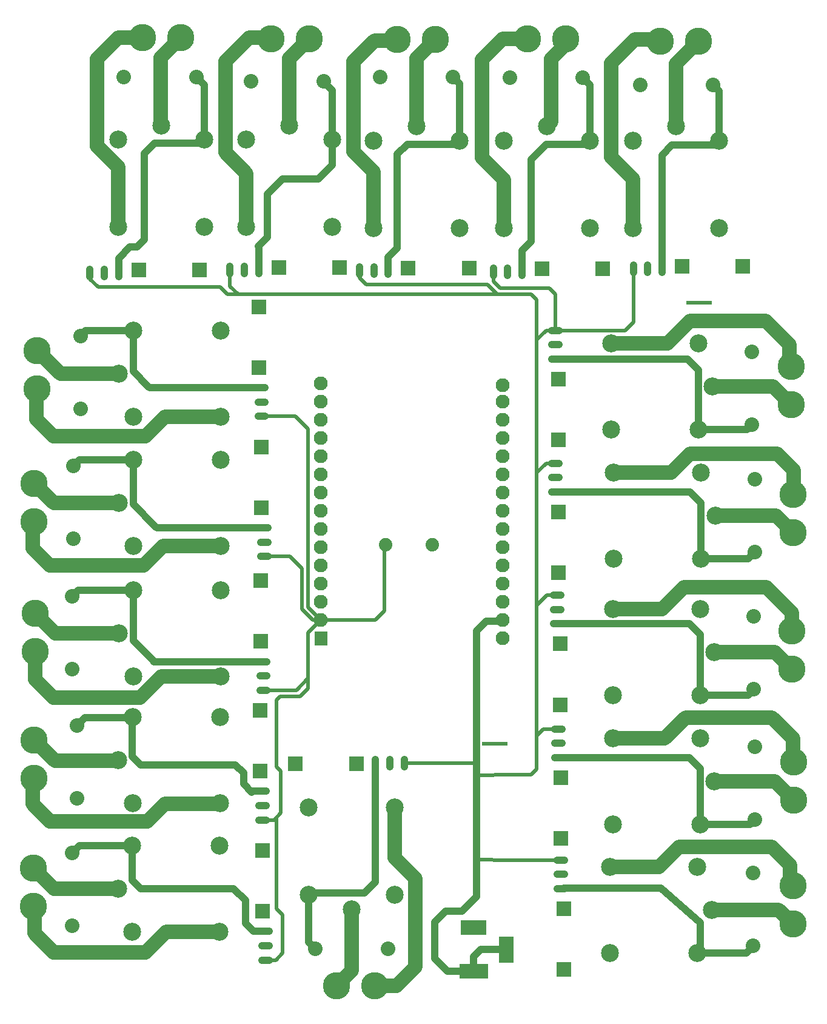
<source format=gbl>
G04 Layer: BottomLayer*
G04 EasyEDA v6.4.0, 2020-07-06T20:42:06--4:00*
G04 ceb930e8192849dcbdd75014d79c76d5,10*
G04 Gerber Generator version 0.2*
G04 Scale: 100 percent, Rotated: No, Reflected: No *
G04 Dimensions in millimeters *
G04 leading zeros omitted , absolute positions ,3 integer and 3 decimal *
%FSLAX33Y33*%
%MOMM*%
G90*
G71D02*

%ADD11C,0.499999*%
%ADD12C,0.999998*%
%ADD13C,0.609600*%
%ADD14C,3.810000*%
%ADD15C,1.949958*%
%ADD18R,3.657600X2.032000*%
%ADD20C,2.499995*%
%ADD21C,2.032000*%
%ADD22R,1.999996X1.999996*%
%ADD23C,1.879600*%
%ADD24C,1.999996*%

%LPD*%
G54D11*
G01X94259Y98044D02*
G01X97307Y98044D01*
G01X42951Y53721D02*
G01X50571Y53721D01*
G01X51841Y54991D01*
G01X51841Y64135D01*
G01X51968Y64262D01*
G54D12*
G01X71018Y102362D02*
G01X71018Y105283D01*
G01X72288Y106553D01*
G01X72288Y117983D01*
G01X74447Y120142D01*
G01X79961Y120142D01*
G01X80477Y120657D01*
G01X52349Y102489D02*
G01X52349Y104394D01*
G01X53619Y105664D01*
G01X53619Y118745D01*
G01X55016Y120142D01*
G01X61800Y120142D01*
G01X62316Y120657D01*
G01X44536Y120784D02*
G01X44536Y117281D01*
G01X42570Y115316D01*
G01X37617Y115316D01*
G01X35458Y113157D01*
G01X35458Y107188D01*
G01X34188Y105918D01*
G01X34251Y105854D01*
G01X34251Y102590D01*
G54D11*
G01X35204Y6286D02*
G01X36664Y6286D01*
G01X37617Y7239D01*
G01X37617Y12573D01*
G01X36728Y13462D01*
G01X36728Y26089D01*
G01X34823Y25844D02*
G01X36410Y25844D01*
G01X37363Y26797D01*
G01X37363Y32639D01*
G01X36728Y33274D01*
G01X36728Y42545D01*
G01X37236Y43053D01*
G01X40030Y43053D01*
G01X41173Y44196D01*
G01X41173Y45593D01*
G01X34924Y43942D02*
G01X39522Y43942D01*
G01X41173Y45593D01*
G01X41173Y51943D01*
G01X42951Y53721D01*
G01X35051Y62611D02*
G01X38633Y62611D01*
G01X40284Y60960D01*
G01X40284Y55245D01*
G01X41808Y53721D01*
G01X42951Y53721D01*
G01X34670Y82169D02*
G01X39395Y82169D01*
G01X41173Y80391D01*
G01X41173Y55499D01*
G01X42951Y53721D01*
G54D12*
G01X16756Y57909D02*
G01X16756Y50833D01*
G01X19456Y48133D01*
G01X19646Y47942D01*
G01X34924Y47942D01*
G01X16756Y76070D02*
G01X16756Y69883D01*
G01X19837Y66802D01*
G01X20027Y66611D01*
G01X35051Y66611D01*
G01X16756Y94104D02*
G01X16756Y88425D01*
G01X18821Y86360D01*
G01X19011Y86169D01*
G01X34670Y86169D01*
G54D11*
G01X10693Y102209D02*
G01X10693Y101346D01*
G01X11836Y100203D01*
G01X28854Y100203D01*
G01X29870Y99187D01*
G01X31394Y99187D01*
G01X30251Y102590D02*
G01X30251Y100330D01*
G01X31394Y99187D01*
G01X67589Y99187D01*
G01X48348Y102488D02*
G01X48348Y101536D01*
G01X49301Y100584D01*
G01X66192Y100584D01*
G01X67589Y99187D01*
G01X72288Y99187D01*
G01X73050Y98425D01*
G01X73050Y92565D01*
G01X67017Y102361D02*
G01X67017Y101028D01*
G01X67970Y100076D01*
G01X74828Y100076D01*
G01X75590Y99314D01*
G01X75717Y99187D01*
G01X75717Y94170D01*
G01X75717Y94170D02*
G01X85432Y94170D01*
G01X86512Y95250D01*
G01X86575Y95313D01*
G01X86575Y102742D01*
G01X54571Y33782D02*
G01X64668Y33782D01*
G01X75717Y94170D02*
G01X74383Y94170D01*
G01X73050Y92837D01*
G01X73050Y74295D01*
G01X75717Y75628D02*
G01X74383Y75628D01*
G01X73050Y74295D01*
G01X73050Y55753D01*
G01X75971Y57213D02*
G01X74510Y57213D01*
G01X73050Y55753D01*
G01X73050Y37592D01*
G01X76098Y38544D02*
G01X74002Y38544D01*
G01X73050Y37592D01*
G01X73050Y32893D01*
G01X72288Y32131D01*
G01X69621Y32131D01*
G01X64668Y32105D01*
G01X64668Y20269D02*
G01X69303Y20256D01*
G01X76479Y20256D01*
G54D12*
G01X14693Y102209D02*
G01X14693Y104203D01*
G01X16281Y105791D01*
G01X17297Y105791D01*
G01X18313Y106807D01*
G01X18313Y118872D01*
G01X19710Y120269D01*
G01X26113Y120269D01*
G01X26629Y120784D01*
G01X90576Y102743D02*
G01X90576Y112605D01*
G01X90576Y118618D01*
G01X91973Y120015D01*
G01X97868Y120015D01*
G01X98511Y120657D01*
G01X95664Y80330D02*
G01X95664Y88638D01*
G01X94132Y90170D01*
G01X75717Y90170D01*
G01X96045Y62296D02*
G01X96045Y65171D01*
G01X96045Y70096D01*
G01X94513Y71628D01*
G01X75844Y71628D01*
G01X95918Y43246D02*
G01X95918Y51681D01*
G01X94386Y53213D01*
G01X75971Y53213D01*
G01X95918Y25212D02*
G01X95918Y33012D01*
G01X94386Y34544D01*
G01X76098Y34544D01*
G01X95910Y7366D02*
G01X95910Y11498D01*
G01X90406Y16316D01*
G01X76852Y16316D01*
G54D11*
G01X65684Y36449D02*
G01X68732Y36449D01*
G54D12*
G01X16629Y40129D02*
G01X16629Y34704D01*
G01X17805Y33528D01*
G01X22875Y33528D01*
G01X31013Y33528D01*
G01X32156Y32385D01*
G01X32156Y30861D01*
G01X33299Y29718D01*
G01X33426Y29845D01*
G01X34823Y29845D01*
G01X16629Y22222D02*
G01X16629Y17432D01*
G01X17805Y16256D01*
G01X30759Y16256D01*
G01X32410Y14605D01*
G01X32410Y11430D01*
G01X33553Y10287D01*
G01X35204Y10287D01*
G01X50571Y33782D02*
G01X50571Y17145D01*
G01X49047Y15621D01*
G01X41501Y15621D01*
G01X41239Y15359D01*
G54D24*
G01X47238Y13360D02*
G01X47238Y4795D01*
G01X45110Y2667D01*
G01X53238Y27559D02*
G01X53238Y20574D01*
G01X56159Y17653D01*
G01X56159Y5334D01*
G01X53492Y2667D01*
G01X50444Y2667D01*
G54D12*
G01X41239Y15359D02*
G01X41239Y8823D01*
G01X42189Y7874D01*
G54D24*
G01X14757Y88104D02*
G01X6573Y88104D01*
G01X3302Y91376D01*
G01X28956Y82105D02*
G01X21170Y82105D01*
G01X18440Y79375D01*
G01X5613Y79375D01*
G01X3200Y81788D01*
G01X3200Y85940D01*
G01X3302Y86042D01*
G01X14757Y70070D02*
G01X5684Y70070D01*
G01X2921Y72834D01*
G01X28956Y64071D02*
G01X20916Y64071D01*
G01X18186Y61341D01*
G01X5105Y61341D01*
G01X2692Y63754D01*
G01X2692Y67271D01*
G01X2921Y67500D01*
G01X14757Y51909D02*
G01X5811Y51909D01*
G01X3048Y54673D01*
G01X28956Y45910D02*
G01X20662Y45910D01*
G01X17678Y42926D01*
G01X5613Y42926D01*
G01X3073Y45466D01*
G01X3073Y49314D01*
G01X3048Y49339D01*
G01X14630Y34129D02*
G01X5811Y34129D01*
G01X2921Y37020D01*
G01X28829Y28130D02*
G01X21170Y28130D01*
G01X18694Y25654D01*
G01X5105Y25654D01*
G01X2692Y28067D01*
G01X2692Y31457D01*
G01X2921Y31686D01*
G01X14630Y16222D02*
G01X5684Y16222D01*
G01X2794Y19113D01*
G01X28829Y10223D02*
G01X21297Y10223D01*
G01X18440Y7366D01*
G01X5613Y7366D01*
G01X2946Y10033D01*
G01X2946Y13627D01*
G01X2794Y13779D01*
G01X97535Y13304D02*
G01X106862Y13304D01*
G01X108864Y11303D01*
G01X83337Y19304D02*
G01X90195Y19304D01*
G01X92989Y22098D01*
G01X105943Y22098D01*
G01X108483Y19558D01*
G01X108483Y17018D01*
G01X108864Y16637D01*
G01X97916Y31211D02*
G01X106354Y31211D01*
G01X108991Y28575D01*
G01X83718Y37211D02*
G01X90957Y37211D01*
G01X93878Y40132D01*
G01X105943Y40132D01*
G01X108864Y37211D01*
G01X108864Y34036D01*
G01X108991Y33909D01*
G01X97916Y49245D02*
G01X106354Y49245D01*
G01X108737Y46863D01*
G01X83718Y55245D02*
G01X90576Y55245D01*
G01X93624Y58293D01*
G01X105181Y58293D01*
G01X108737Y54737D01*
G01X108737Y52197D01*
G01X98043Y68295D02*
G01X106481Y68295D01*
G01X108864Y65913D01*
G01X83845Y74295D02*
G01X91846Y74295D01*
G01X94513Y76962D01*
G01X106705Y76962D01*
G01X108991Y74676D01*
G01X108991Y71374D01*
G01X108864Y71247D01*
G01X97662Y86329D02*
G01X106100Y86329D01*
G01X108610Y83820D01*
G01X83464Y92329D02*
G01X91338Y92329D01*
G01X94513Y95504D01*
G01X105054Y95504D01*
G01X108356Y92202D01*
G01X108356Y89408D01*
G01X108610Y89154D01*
G01X92511Y122656D02*
G01X92511Y131348D01*
G01X95656Y134493D01*
G01X86512Y108458D02*
G01X86512Y115316D01*
G01X83464Y118364D01*
G01X83464Y131445D01*
G01X86766Y134747D01*
G01X90068Y134747D01*
G01X90322Y134493D01*
G01X77114Y134874D02*
G01X77114Y134112D01*
G01X75082Y132080D01*
G01X75082Y123261D01*
G01X74477Y122656D01*
G01X68478Y108458D02*
G01X68478Y115189D01*
G01X65430Y118237D01*
G01X65430Y131953D01*
G01X68351Y134874D01*
G01X71780Y134874D01*
G01X56316Y122656D02*
G01X56316Y132110D01*
G01X58953Y134747D01*
G01X50317Y108458D02*
G01X50317Y116332D01*
G01X47523Y119126D01*
G01X47523Y131699D01*
G01X50444Y134620D01*
G01X53492Y134620D01*
G01X53619Y134747D01*
G01X38536Y122783D02*
G01X38536Y132110D01*
G01X41300Y134874D01*
G01X32537Y108585D02*
G01X32537Y116078D01*
G01X29616Y118999D01*
G01X29616Y131699D01*
G01X32918Y135001D01*
G01X35839Y135001D01*
G01X35966Y134874D01*
G01X23393Y135001D02*
G01X20599Y132207D01*
G01X20599Y122814D01*
G01X20629Y122783D01*
G01X18059Y135001D02*
G01X14630Y135001D01*
G01X11709Y132080D01*
G01X11709Y119888D01*
G01X14630Y116967D01*
G01X14630Y108585D01*
G54D12*
G01X95664Y80330D02*
G01X102453Y80330D01*
G01X103149Y81026D01*
G01X96045Y62296D02*
G01X102580Y62296D01*
G01X103530Y63246D01*
G01X95918Y43246D02*
G01X102580Y43246D01*
G01X103403Y44069D01*
G01X95918Y25212D02*
G01X102834Y25212D01*
G01X103530Y25908D01*
G01X95537Y7305D02*
G01X102326Y7305D01*
G01X103276Y8255D01*
G01X16629Y40129D02*
G01X9966Y40129D01*
G01X8890Y39052D01*
G01X16629Y22222D02*
G01X9204Y22222D01*
G01X8255Y21272D01*
G01X16756Y57909D02*
G01X9077Y57909D01*
G01X8255Y57086D01*
G01X16756Y76070D02*
G01X9204Y76070D01*
G01X8382Y75247D01*
G01X16756Y94104D02*
G01X10093Y94104D01*
G01X9398Y93408D01*
G01X26629Y120784D02*
G01X26629Y128463D01*
G01X25552Y129540D01*
G01X44536Y120784D02*
G01X44536Y127701D01*
G01X43332Y128905D01*
G01X62316Y120657D02*
G01X62316Y128590D01*
G01X61366Y129540D01*
G01X80477Y120657D02*
G01X80477Y128463D01*
G01X79527Y129413D01*
G01X98511Y120657D02*
G01X98511Y127574D01*
G01X97688Y128397D01*
G01X64668Y16383D02*
G01X64668Y52197D01*
G01X66065Y53594D01*
G01X68224Y53594D01*
G01X68351Y53721D01*
G01X64668Y16383D02*
G01X64668Y15113D01*
G01X62636Y13081D01*
G01X60350Y13081D01*
G01X58826Y11557D01*
G01X58826Y6477D01*
G01X60604Y4699D01*
G01X64287Y4699D01*
G01X68859Y7747D02*
G01X65303Y7747D01*
G01X64287Y6731D01*
G01X64287Y4699D01*
G54D14*
G01X3302Y91376D03*
G01X3302Y86042D03*
G01X2921Y72834D03*
G01X2921Y67500D03*
G01X3048Y54673D03*
G01X3048Y49339D03*
G01X2921Y37020D03*
G01X2921Y31686D03*
G01X2794Y19113D03*
G01X2794Y13779D03*
G01X108864Y16637D03*
G01X108864Y11303D03*
G01X108991Y33909D03*
G01X108991Y28575D03*
G01X108737Y52197D03*
G01X108737Y46863D03*
G01X108864Y71247D03*
G01X108864Y65913D03*
G01X108610Y89154D03*
G01X108610Y83820D03*
G01X50444Y2667D03*
G01X45110Y2667D03*
G01X95656Y134493D03*
G01X90322Y134493D03*
G01X77114Y134874D03*
G01X71780Y134874D03*
G01X58953Y134747D03*
G01X53619Y134747D03*
G01X41300Y134874D03*
G01X35966Y134874D03*
G01X23393Y135001D03*
G01X18059Y135001D03*
G54D15*
G01X68351Y86487D03*
G01X68351Y84201D03*
G01X68351Y81661D03*
G01X68351Y79121D03*
G01X68351Y76581D03*
G01X68351Y74041D03*
G01X68351Y71501D03*
G01X68351Y68961D03*
G01X68351Y66421D03*
G01X68351Y63881D03*
G01X68351Y61341D03*
G01X68351Y58801D03*
G01X68351Y56261D03*
G01X68351Y53721D03*
G01X68351Y51181D03*
G01X42951Y84201D03*
G01X42951Y81661D03*
G01X42951Y79121D03*
G01X42951Y76581D03*
G01X42951Y74041D03*
G01X42951Y71501D03*
G01X42951Y68961D03*
G01X42951Y66421D03*
G01X42951Y63881D03*
G01X42951Y61341D03*
G01X42951Y58801D03*
G01X42951Y56261D03*
G01X42951Y53721D03*
G36*
G01X42052Y50205D02*
G01X42052Y52156D01*
G01X43850Y52156D01*
G01X43850Y50205D01*
G01X42052Y50205D01*
G37*
G01X42951Y86741D03*
G36*
G01X62288Y3683D02*
G01X62288Y5715D01*
G01X66286Y5715D01*
G01X66286Y3683D01*
G01X62288Y3683D01*
G37*
G54D18*
G01X64287Y10795D03*
G36*
G01X67843Y5918D02*
G01X67843Y9575D01*
G01X69875Y9575D01*
G01X69875Y5918D01*
G01X67843Y5918D01*
G37*
G54D20*
G01X28956Y82105D03*
G01X14757Y88104D03*
G01X28956Y94104D03*
G01X16756Y94104D03*
G01X16756Y82105D03*
G54D21*
G01X9398Y93408D03*
G01X9398Y83248D03*
G54D20*
G01X28956Y64071D03*
G01X14757Y70070D03*
G01X28956Y76070D03*
G01X16756Y76070D03*
G01X16756Y64071D03*
G54D21*
G01X8382Y75247D03*
G01X8382Y65087D03*
G54D20*
G01X28956Y45910D03*
G01X14757Y51909D03*
G01X28956Y57909D03*
G01X16756Y57909D03*
G01X16756Y45910D03*
G54D21*
G01X8255Y57086D03*
G01X8255Y46926D03*
G54D20*
G01X28854Y28194D03*
G01X14655Y34193D03*
G01X28854Y40192D03*
G01X16654Y40192D03*
G01X16654Y28194D03*
G54D21*
G01X8890Y39052D03*
G01X8890Y28892D03*
G54D20*
G01X28829Y10223D03*
G01X14630Y16222D03*
G01X28829Y22222D03*
G01X16629Y22222D03*
G01X16629Y10223D03*
G54D21*
G01X8255Y21272D03*
G01X8255Y11112D03*
G54D20*
G01X83464Y92329D03*
G01X97662Y86329D03*
G01X83464Y80330D03*
G01X95664Y80330D03*
G01X95664Y92329D03*
G54D21*
G01X103149Y81026D03*
G01X103149Y91186D03*
G54D20*
G01X83845Y74295D03*
G01X98043Y68295D03*
G01X83845Y62296D03*
G01X96045Y62296D03*
G01X96045Y74295D03*
G54D21*
G01X103530Y63246D03*
G01X103530Y73406D03*
G54D20*
G01X83718Y55245D03*
G01X97916Y49245D03*
G01X83718Y43246D03*
G01X95918Y43246D03*
G01X95918Y55245D03*
G54D21*
G01X103403Y44069D03*
G01X103403Y54229D03*
G54D20*
G01X83718Y37211D03*
G01X97916Y31211D03*
G01X83718Y25212D03*
G01X95918Y25212D03*
G01X95918Y37211D03*
G54D21*
G01X103530Y25908D03*
G01X103530Y36068D03*
G54D20*
G01X83337Y19304D03*
G01X97535Y13304D03*
G01X83337Y7305D03*
G01X95537Y7305D03*
G01X95537Y19304D03*
G54D21*
G01X103276Y8255D03*
G01X103276Y18415D03*
G54D20*
G01X53238Y27559D03*
G01X47238Y13360D03*
G01X41239Y27559D03*
G01X41239Y15359D03*
G01X53238Y15359D03*
G54D21*
G01X42189Y7874D03*
G01X52349Y7874D03*
G54D22*
G01X34289Y97472D03*
G01X34289Y88972D03*
G01X34670Y77914D03*
G01X34670Y69414D03*
G01X34543Y59245D03*
G01X34543Y50745D03*
G01X34442Y41148D03*
G01X34442Y32647D03*
G01X34823Y21590D03*
G01X34823Y13089D03*
G01X39395Y33655D03*
G01X47895Y33655D03*
G01X76860Y4953D03*
G01X76860Y13453D03*
G01X76479Y23241D03*
G01X76479Y31741D03*
G01X76352Y41910D03*
G01X76352Y50410D03*
G01X76098Y60325D03*
G01X76098Y68825D03*
G01X76098Y78867D03*
G01X76098Y87367D03*
G54D20*
G01X86512Y108458D03*
G01X92511Y122656D03*
G01X98511Y108458D03*
G01X98511Y120657D03*
G01X86512Y120657D03*
G54D21*
G01X97688Y128397D03*
G01X87528Y128397D03*
G54D20*
G01X68478Y108458D03*
G01X74477Y122656D03*
G01X80477Y108458D03*
G01X80477Y120657D03*
G01X68478Y120657D03*
G54D21*
G01X79527Y129413D03*
G01X69367Y129413D03*
G54D20*
G01X50317Y108458D03*
G01X56316Y122656D03*
G01X62316Y108458D03*
G01X62316Y120657D03*
G01X50317Y120657D03*
G54D21*
G01X61366Y129540D03*
G01X51206Y129540D03*
G54D20*
G01X32537Y108585D03*
G01X38536Y122783D03*
G01X44536Y108585D03*
G01X44536Y120784D03*
G01X32537Y120784D03*
G54D21*
G01X43332Y128905D03*
G01X33172Y128905D03*
G54D20*
G01X14630Y108585D03*
G01X20629Y122783D03*
G01X26629Y108585D03*
G01X26629Y120784D03*
G01X14630Y120784D03*
G54D21*
G01X25552Y129540D03*
G01X15392Y129540D03*
G54D22*
G01X101879Y103124D03*
G01X93379Y103124D03*
G01X82321Y102743D03*
G01X73821Y102743D03*
G01X63652Y102870D03*
G01X55152Y102870D03*
G01X45554Y102971D03*
G01X37054Y102971D03*
G01X25996Y102590D03*
G01X17496Y102590D03*
G54D23*
G01X51968Y64262D03*
G01X58470Y64262D03*
G54D13*
G01X68732Y36449D03*
G01X65684Y36449D03*
G01X94259Y98044D03*
G01X97307Y98044D03*
G54D12*
G01X34171Y86169D02*
G01X35170Y86169D01*
G01X34171Y84167D02*
G01X35170Y84167D01*
G01X34171Y82169D02*
G01X35170Y82169D01*
G01X34552Y66611D02*
G01X35551Y66611D01*
G01X34552Y64609D02*
G01X35551Y64609D01*
G01X34552Y62611D02*
G01X35551Y62611D01*
G01X34425Y47942D02*
G01X35424Y47942D01*
G01X34425Y45940D02*
G01X35424Y45940D01*
G01X34425Y43942D02*
G01X35424Y43942D01*
G01X34323Y29845D02*
G01X35323Y29845D01*
G01X34323Y27843D02*
G01X35323Y27843D01*
G01X34323Y25844D02*
G01X35323Y25844D01*
G01X34704Y10287D02*
G01X35704Y10287D01*
G01X34704Y8285D02*
G01X35704Y8285D01*
G01X34704Y6286D02*
G01X35704Y6286D01*
G01X50571Y33282D02*
G01X50571Y34281D01*
G01X52572Y33282D02*
G01X52572Y34281D01*
G01X54571Y33282D02*
G01X54571Y34281D01*
G01X76979Y16256D02*
G01X75979Y16256D01*
G01X76979Y18257D02*
G01X75979Y18257D01*
G01X76979Y20256D02*
G01X75979Y20256D01*
G01X76598Y34544D02*
G01X75598Y34544D01*
G01X76598Y36545D02*
G01X75598Y36545D01*
G01X76598Y38544D02*
G01X75598Y38544D01*
G01X76471Y53213D02*
G01X75471Y53213D01*
G01X76471Y55214D02*
G01X75471Y55214D01*
G01X76471Y57213D02*
G01X75471Y57213D01*
G01X76217Y71628D02*
G01X75217Y71628D01*
G01X76217Y73629D02*
G01X75217Y73629D01*
G01X76217Y75628D02*
G01X75217Y75628D01*
G01X76217Y90170D02*
G01X75217Y90170D01*
G01X76217Y92171D02*
G01X75217Y92171D01*
G01X76217Y94170D02*
G01X75217Y94170D01*
G01X90576Y103242D02*
G01X90576Y102243D01*
G01X88574Y103242D02*
G01X88574Y102243D01*
G01X86575Y103242D02*
G01X86575Y102243D01*
G01X71018Y102861D02*
G01X71018Y101862D01*
G01X69016Y102861D02*
G01X69016Y101862D01*
G01X67017Y102861D02*
G01X67017Y101862D01*
G01X52349Y102988D02*
G01X52349Y101989D01*
G01X50347Y102988D02*
G01X50347Y101989D01*
G01X48348Y102988D02*
G01X48348Y101989D01*
G01X34251Y103090D02*
G01X34251Y102090D01*
G01X32250Y103090D02*
G01X32250Y102090D01*
G01X30251Y103090D02*
G01X30251Y102090D01*
G01X14693Y102709D02*
G01X14693Y101709D01*
G01X12692Y102709D02*
G01X12692Y101709D01*
G01X10693Y102709D02*
G01X10693Y101709D01*
M00*
M02*

</source>
